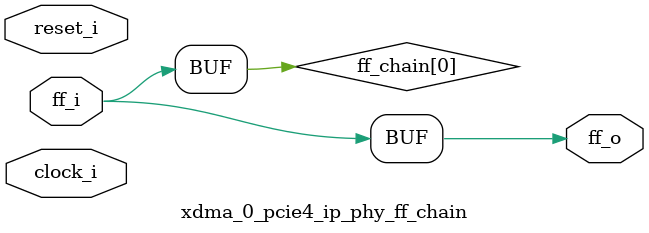
<source format=v>
/*****************************************************************************
** Description:
**    Flop Chain
**
******************************************************************************/

`timescale 1ps/1ps

`define AS_PHYREG(clk, reset, q, d, rstval)  \
   always @(posedge clk or posedge reset) begin \
      if (reset) \
         q  <= #(TCQ)   rstval;  \
      else  \
         q  <= #(TCQ)   d; \
   end

`define PHYREG(clk, reset, q, d, rstval)  \
   always @(posedge clk) begin \
      if (reset) \
         q  <= #(TCQ)   rstval;  \
      else  \
         q  <= #(TCQ)   d; \
   end

(* DowngradeIPIdentifiedWarnings = "yes" *)
module xdma_0_pcie4_ip_phy_ff_chain #(
   // Parameters
   parameter integer PIPELINE_STAGES   = 0,        // 0 = no pipeline; 1 = 1 stage; 2 = 2 stages; 3 = 3 stages
   parameter         ASYNC             = "FALSE",
   parameter integer FF_WIDTH          = 1,
   parameter integer RST_VAL           = 0,
   parameter integer TCQ               = 1
)  (   
   input  wire                         clock_i,          
   input  wire                         reset_i,           
   input  wire [FF_WIDTH-1:0]          ff_i,            
   output wire [FF_WIDTH-1:0]          ff_o        
   );

   genvar   var_i;

   reg   [FF_WIDTH-1:0]          ff_chain [PIPELINE_STAGES:0];

   always @(*) ff_chain[0] = ff_i;

generate
   if (PIPELINE_STAGES > 0) begin:  with_ff_chain
      for (var_i = 0; var_i < PIPELINE_STAGES; var_i = var_i + 1) begin: ff_chain_gen
         if (ASYNC == "TRUE") begin: async_rst
            `AS_PHYREG(clock_i, reset_i, ff_chain[var_i+1], ff_chain[var_i], RST_VAL)
         end else begin: sync_rst
            `PHYREG(clock_i, reset_i, ff_chain[var_i+1], ff_chain[var_i], RST_VAL)
         end
      end
   end
endgenerate

   assign ff_o = ff_chain[PIPELINE_STAGES];

endmodule

</source>
